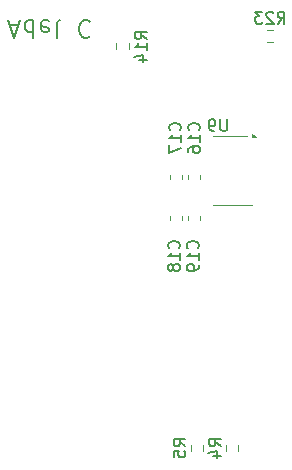
<source format=gbr>
%TF.GenerationSoftware,KiCad,Pcbnew,9.0.0*%
%TF.CreationDate,2025-12-27T14:24:40-08:00*%
%TF.ProjectId,esp_module_rev1,6573705f-6d6f-4647-956c-655f72657631,rev?*%
%TF.SameCoordinates,Original*%
%TF.FileFunction,Legend,Bot*%
%TF.FilePolarity,Positive*%
%FSLAX46Y46*%
G04 Gerber Fmt 4.6, Leading zero omitted, Abs format (unit mm)*
G04 Created by KiCad (PCBNEW 9.0.0) date 2025-12-27 14:24:40*
%MOMM*%
%LPD*%
G01*
G04 APERTURE LIST*
%ADD10C,0.200000*%
%ADD11C,0.150000*%
%ADD12C,0.120000*%
G04 APERTURE END LIST*
D10*
X130667292Y-83692542D02*
X131381578Y-83692542D01*
X130524435Y-83263971D02*
X131024435Y-84763971D01*
X131024435Y-84763971D02*
X131524435Y-83263971D01*
X132667292Y-83263971D02*
X132667292Y-84763971D01*
X132667292Y-83335400D02*
X132524434Y-83263971D01*
X132524434Y-83263971D02*
X132238720Y-83263971D01*
X132238720Y-83263971D02*
X132095863Y-83335400D01*
X132095863Y-83335400D02*
X132024434Y-83406828D01*
X132024434Y-83406828D02*
X131953006Y-83549685D01*
X131953006Y-83549685D02*
X131953006Y-83978257D01*
X131953006Y-83978257D02*
X132024434Y-84121114D01*
X132024434Y-84121114D02*
X132095863Y-84192542D01*
X132095863Y-84192542D02*
X132238720Y-84263971D01*
X132238720Y-84263971D02*
X132524434Y-84263971D01*
X132524434Y-84263971D02*
X132667292Y-84192542D01*
X133953006Y-83335400D02*
X133810149Y-83263971D01*
X133810149Y-83263971D02*
X133524435Y-83263971D01*
X133524435Y-83263971D02*
X133381577Y-83335400D01*
X133381577Y-83335400D02*
X133310149Y-83478257D01*
X133310149Y-83478257D02*
X133310149Y-84049685D01*
X133310149Y-84049685D02*
X133381577Y-84192542D01*
X133381577Y-84192542D02*
X133524435Y-84263971D01*
X133524435Y-84263971D02*
X133810149Y-84263971D01*
X133810149Y-84263971D02*
X133953006Y-84192542D01*
X133953006Y-84192542D02*
X134024435Y-84049685D01*
X134024435Y-84049685D02*
X134024435Y-83906828D01*
X134024435Y-83906828D02*
X133310149Y-83763971D01*
X134881577Y-83263971D02*
X134738720Y-83335400D01*
X134738720Y-83335400D02*
X134667291Y-83478257D01*
X134667291Y-83478257D02*
X134667291Y-84763971D01*
X137453005Y-83406828D02*
X137381577Y-83335400D01*
X137381577Y-83335400D02*
X137167291Y-83263971D01*
X137167291Y-83263971D02*
X137024434Y-83263971D01*
X137024434Y-83263971D02*
X136810148Y-83335400D01*
X136810148Y-83335400D02*
X136667291Y-83478257D01*
X136667291Y-83478257D02*
X136595862Y-83621114D01*
X136595862Y-83621114D02*
X136524434Y-83906828D01*
X136524434Y-83906828D02*
X136524434Y-84121114D01*
X136524434Y-84121114D02*
X136595862Y-84406828D01*
X136595862Y-84406828D02*
X136667291Y-84549685D01*
X136667291Y-84549685D02*
X136810148Y-84692542D01*
X136810148Y-84692542D02*
X137024434Y-84763971D01*
X137024434Y-84763971D02*
X137167291Y-84763971D01*
X137167291Y-84763971D02*
X137381577Y-84692542D01*
X137381577Y-84692542D02*
X137453005Y-84621114D01*
D11*
X146559580Y-102594642D02*
X146607200Y-102547023D01*
X146607200Y-102547023D02*
X146654819Y-102404166D01*
X146654819Y-102404166D02*
X146654819Y-102308928D01*
X146654819Y-102308928D02*
X146607200Y-102166071D01*
X146607200Y-102166071D02*
X146511961Y-102070833D01*
X146511961Y-102070833D02*
X146416723Y-102023214D01*
X146416723Y-102023214D02*
X146226247Y-101975595D01*
X146226247Y-101975595D02*
X146083390Y-101975595D01*
X146083390Y-101975595D02*
X145892914Y-102023214D01*
X145892914Y-102023214D02*
X145797676Y-102070833D01*
X145797676Y-102070833D02*
X145702438Y-102166071D01*
X145702438Y-102166071D02*
X145654819Y-102308928D01*
X145654819Y-102308928D02*
X145654819Y-102404166D01*
X145654819Y-102404166D02*
X145702438Y-102547023D01*
X145702438Y-102547023D02*
X145750057Y-102594642D01*
X146654819Y-103547023D02*
X146654819Y-102975595D01*
X146654819Y-103261309D02*
X145654819Y-103261309D01*
X145654819Y-103261309D02*
X145797676Y-103166071D01*
X145797676Y-103166071D02*
X145892914Y-103070833D01*
X145892914Y-103070833D02*
X145940533Y-102975595D01*
X146654819Y-104023214D02*
X146654819Y-104213690D01*
X146654819Y-104213690D02*
X146607200Y-104308928D01*
X146607200Y-104308928D02*
X146559580Y-104356547D01*
X146559580Y-104356547D02*
X146416723Y-104451785D01*
X146416723Y-104451785D02*
X146226247Y-104499404D01*
X146226247Y-104499404D02*
X145845295Y-104499404D01*
X145845295Y-104499404D02*
X145750057Y-104451785D01*
X145750057Y-104451785D02*
X145702438Y-104404166D01*
X145702438Y-104404166D02*
X145654819Y-104308928D01*
X145654819Y-104308928D02*
X145654819Y-104118452D01*
X145654819Y-104118452D02*
X145702438Y-104023214D01*
X145702438Y-104023214D02*
X145750057Y-103975595D01*
X145750057Y-103975595D02*
X145845295Y-103927976D01*
X145845295Y-103927976D02*
X146083390Y-103927976D01*
X146083390Y-103927976D02*
X146178628Y-103975595D01*
X146178628Y-103975595D02*
X146226247Y-104023214D01*
X146226247Y-104023214D02*
X146273866Y-104118452D01*
X146273866Y-104118452D02*
X146273866Y-104308928D01*
X146273866Y-104308928D02*
X146226247Y-104404166D01*
X146226247Y-104404166D02*
X146178628Y-104451785D01*
X146178628Y-104451785D02*
X146083390Y-104499404D01*
X144959580Y-102594642D02*
X145007200Y-102547023D01*
X145007200Y-102547023D02*
X145054819Y-102404166D01*
X145054819Y-102404166D02*
X145054819Y-102308928D01*
X145054819Y-102308928D02*
X145007200Y-102166071D01*
X145007200Y-102166071D02*
X144911961Y-102070833D01*
X144911961Y-102070833D02*
X144816723Y-102023214D01*
X144816723Y-102023214D02*
X144626247Y-101975595D01*
X144626247Y-101975595D02*
X144483390Y-101975595D01*
X144483390Y-101975595D02*
X144292914Y-102023214D01*
X144292914Y-102023214D02*
X144197676Y-102070833D01*
X144197676Y-102070833D02*
X144102438Y-102166071D01*
X144102438Y-102166071D02*
X144054819Y-102308928D01*
X144054819Y-102308928D02*
X144054819Y-102404166D01*
X144054819Y-102404166D02*
X144102438Y-102547023D01*
X144102438Y-102547023D02*
X144150057Y-102594642D01*
X145054819Y-103547023D02*
X145054819Y-102975595D01*
X145054819Y-103261309D02*
X144054819Y-103261309D01*
X144054819Y-103261309D02*
X144197676Y-103166071D01*
X144197676Y-103166071D02*
X144292914Y-103070833D01*
X144292914Y-103070833D02*
X144340533Y-102975595D01*
X144483390Y-104118452D02*
X144435771Y-104023214D01*
X144435771Y-104023214D02*
X144388152Y-103975595D01*
X144388152Y-103975595D02*
X144292914Y-103927976D01*
X144292914Y-103927976D02*
X144245295Y-103927976D01*
X144245295Y-103927976D02*
X144150057Y-103975595D01*
X144150057Y-103975595D02*
X144102438Y-104023214D01*
X144102438Y-104023214D02*
X144054819Y-104118452D01*
X144054819Y-104118452D02*
X144054819Y-104308928D01*
X144054819Y-104308928D02*
X144102438Y-104404166D01*
X144102438Y-104404166D02*
X144150057Y-104451785D01*
X144150057Y-104451785D02*
X144245295Y-104499404D01*
X144245295Y-104499404D02*
X144292914Y-104499404D01*
X144292914Y-104499404D02*
X144388152Y-104451785D01*
X144388152Y-104451785D02*
X144435771Y-104404166D01*
X144435771Y-104404166D02*
X144483390Y-104308928D01*
X144483390Y-104308928D02*
X144483390Y-104118452D01*
X144483390Y-104118452D02*
X144531009Y-104023214D01*
X144531009Y-104023214D02*
X144578628Y-103975595D01*
X144578628Y-103975595D02*
X144673866Y-103927976D01*
X144673866Y-103927976D02*
X144864342Y-103927976D01*
X144864342Y-103927976D02*
X144959580Y-103975595D01*
X144959580Y-103975595D02*
X145007200Y-104023214D01*
X145007200Y-104023214D02*
X145054819Y-104118452D01*
X145054819Y-104118452D02*
X145054819Y-104308928D01*
X145054819Y-104308928D02*
X145007200Y-104404166D01*
X145007200Y-104404166D02*
X144959580Y-104451785D01*
X144959580Y-104451785D02*
X144864342Y-104499404D01*
X144864342Y-104499404D02*
X144673866Y-104499404D01*
X144673866Y-104499404D02*
X144578628Y-104451785D01*
X144578628Y-104451785D02*
X144531009Y-104404166D01*
X144531009Y-104404166D02*
X144483390Y-104308928D01*
X145059580Y-92594642D02*
X145107200Y-92547023D01*
X145107200Y-92547023D02*
X145154819Y-92404166D01*
X145154819Y-92404166D02*
X145154819Y-92308928D01*
X145154819Y-92308928D02*
X145107200Y-92166071D01*
X145107200Y-92166071D02*
X145011961Y-92070833D01*
X145011961Y-92070833D02*
X144916723Y-92023214D01*
X144916723Y-92023214D02*
X144726247Y-91975595D01*
X144726247Y-91975595D02*
X144583390Y-91975595D01*
X144583390Y-91975595D02*
X144392914Y-92023214D01*
X144392914Y-92023214D02*
X144297676Y-92070833D01*
X144297676Y-92070833D02*
X144202438Y-92166071D01*
X144202438Y-92166071D02*
X144154819Y-92308928D01*
X144154819Y-92308928D02*
X144154819Y-92404166D01*
X144154819Y-92404166D02*
X144202438Y-92547023D01*
X144202438Y-92547023D02*
X144250057Y-92594642D01*
X145154819Y-93547023D02*
X145154819Y-92975595D01*
X145154819Y-93261309D02*
X144154819Y-93261309D01*
X144154819Y-93261309D02*
X144297676Y-93166071D01*
X144297676Y-93166071D02*
X144392914Y-93070833D01*
X144392914Y-93070833D02*
X144440533Y-92975595D01*
X144154819Y-93880357D02*
X144154819Y-94547023D01*
X144154819Y-94547023D02*
X145154819Y-94118452D01*
X149061904Y-91654819D02*
X149061904Y-92464342D01*
X149061904Y-92464342D02*
X149014285Y-92559580D01*
X149014285Y-92559580D02*
X148966666Y-92607200D01*
X148966666Y-92607200D02*
X148871428Y-92654819D01*
X148871428Y-92654819D02*
X148680952Y-92654819D01*
X148680952Y-92654819D02*
X148585714Y-92607200D01*
X148585714Y-92607200D02*
X148538095Y-92559580D01*
X148538095Y-92559580D02*
X148490476Y-92464342D01*
X148490476Y-92464342D02*
X148490476Y-91654819D01*
X147966666Y-92654819D02*
X147776190Y-92654819D01*
X147776190Y-92654819D02*
X147680952Y-92607200D01*
X147680952Y-92607200D02*
X147633333Y-92559580D01*
X147633333Y-92559580D02*
X147538095Y-92416723D01*
X147538095Y-92416723D02*
X147490476Y-92226247D01*
X147490476Y-92226247D02*
X147490476Y-91845295D01*
X147490476Y-91845295D02*
X147538095Y-91750057D01*
X147538095Y-91750057D02*
X147585714Y-91702438D01*
X147585714Y-91702438D02*
X147680952Y-91654819D01*
X147680952Y-91654819D02*
X147871428Y-91654819D01*
X147871428Y-91654819D02*
X147966666Y-91702438D01*
X147966666Y-91702438D02*
X148014285Y-91750057D01*
X148014285Y-91750057D02*
X148061904Y-91845295D01*
X148061904Y-91845295D02*
X148061904Y-92083390D01*
X148061904Y-92083390D02*
X148014285Y-92178628D01*
X148014285Y-92178628D02*
X147966666Y-92226247D01*
X147966666Y-92226247D02*
X147871428Y-92273866D01*
X147871428Y-92273866D02*
X147680952Y-92273866D01*
X147680952Y-92273866D02*
X147585714Y-92226247D01*
X147585714Y-92226247D02*
X147538095Y-92178628D01*
X147538095Y-92178628D02*
X147490476Y-92083390D01*
X146659580Y-92594642D02*
X146707200Y-92547023D01*
X146707200Y-92547023D02*
X146754819Y-92404166D01*
X146754819Y-92404166D02*
X146754819Y-92308928D01*
X146754819Y-92308928D02*
X146707200Y-92166071D01*
X146707200Y-92166071D02*
X146611961Y-92070833D01*
X146611961Y-92070833D02*
X146516723Y-92023214D01*
X146516723Y-92023214D02*
X146326247Y-91975595D01*
X146326247Y-91975595D02*
X146183390Y-91975595D01*
X146183390Y-91975595D02*
X145992914Y-92023214D01*
X145992914Y-92023214D02*
X145897676Y-92070833D01*
X145897676Y-92070833D02*
X145802438Y-92166071D01*
X145802438Y-92166071D02*
X145754819Y-92308928D01*
X145754819Y-92308928D02*
X145754819Y-92404166D01*
X145754819Y-92404166D02*
X145802438Y-92547023D01*
X145802438Y-92547023D02*
X145850057Y-92594642D01*
X146754819Y-93547023D02*
X146754819Y-92975595D01*
X146754819Y-93261309D02*
X145754819Y-93261309D01*
X145754819Y-93261309D02*
X145897676Y-93166071D01*
X145897676Y-93166071D02*
X145992914Y-93070833D01*
X145992914Y-93070833D02*
X146040533Y-92975595D01*
X145754819Y-94404166D02*
X145754819Y-94213690D01*
X145754819Y-94213690D02*
X145802438Y-94118452D01*
X145802438Y-94118452D02*
X145850057Y-94070833D01*
X145850057Y-94070833D02*
X145992914Y-93975595D01*
X145992914Y-93975595D02*
X146183390Y-93927976D01*
X146183390Y-93927976D02*
X146564342Y-93927976D01*
X146564342Y-93927976D02*
X146659580Y-93975595D01*
X146659580Y-93975595D02*
X146707200Y-94023214D01*
X146707200Y-94023214D02*
X146754819Y-94118452D01*
X146754819Y-94118452D02*
X146754819Y-94308928D01*
X146754819Y-94308928D02*
X146707200Y-94404166D01*
X146707200Y-94404166D02*
X146659580Y-94451785D01*
X146659580Y-94451785D02*
X146564342Y-94499404D01*
X146564342Y-94499404D02*
X146326247Y-94499404D01*
X146326247Y-94499404D02*
X146231009Y-94451785D01*
X146231009Y-94451785D02*
X146183390Y-94404166D01*
X146183390Y-94404166D02*
X146135771Y-94308928D01*
X146135771Y-94308928D02*
X146135771Y-94118452D01*
X146135771Y-94118452D02*
X146183390Y-94023214D01*
X146183390Y-94023214D02*
X146231009Y-93975595D01*
X146231009Y-93975595D02*
X146326247Y-93927976D01*
X142254819Y-84857142D02*
X141778628Y-84523809D01*
X142254819Y-84285714D02*
X141254819Y-84285714D01*
X141254819Y-84285714D02*
X141254819Y-84666666D01*
X141254819Y-84666666D02*
X141302438Y-84761904D01*
X141302438Y-84761904D02*
X141350057Y-84809523D01*
X141350057Y-84809523D02*
X141445295Y-84857142D01*
X141445295Y-84857142D02*
X141588152Y-84857142D01*
X141588152Y-84857142D02*
X141683390Y-84809523D01*
X141683390Y-84809523D02*
X141731009Y-84761904D01*
X141731009Y-84761904D02*
X141778628Y-84666666D01*
X141778628Y-84666666D02*
X141778628Y-84285714D01*
X142254819Y-85809523D02*
X142254819Y-85238095D01*
X142254819Y-85523809D02*
X141254819Y-85523809D01*
X141254819Y-85523809D02*
X141397676Y-85428571D01*
X141397676Y-85428571D02*
X141492914Y-85333333D01*
X141492914Y-85333333D02*
X141540533Y-85238095D01*
X141588152Y-86666666D02*
X142254819Y-86666666D01*
X141207200Y-86428571D02*
X141921485Y-86190476D01*
X141921485Y-86190476D02*
X141921485Y-86809523D01*
X145524819Y-119333333D02*
X145048628Y-119000000D01*
X145524819Y-118761905D02*
X144524819Y-118761905D01*
X144524819Y-118761905D02*
X144524819Y-119142857D01*
X144524819Y-119142857D02*
X144572438Y-119238095D01*
X144572438Y-119238095D02*
X144620057Y-119285714D01*
X144620057Y-119285714D02*
X144715295Y-119333333D01*
X144715295Y-119333333D02*
X144858152Y-119333333D01*
X144858152Y-119333333D02*
X144953390Y-119285714D01*
X144953390Y-119285714D02*
X145001009Y-119238095D01*
X145001009Y-119238095D02*
X145048628Y-119142857D01*
X145048628Y-119142857D02*
X145048628Y-118761905D01*
X144524819Y-120238095D02*
X144524819Y-119761905D01*
X144524819Y-119761905D02*
X145001009Y-119714286D01*
X145001009Y-119714286D02*
X144953390Y-119761905D01*
X144953390Y-119761905D02*
X144905771Y-119857143D01*
X144905771Y-119857143D02*
X144905771Y-120095238D01*
X144905771Y-120095238D02*
X144953390Y-120190476D01*
X144953390Y-120190476D02*
X145001009Y-120238095D01*
X145001009Y-120238095D02*
X145096247Y-120285714D01*
X145096247Y-120285714D02*
X145334342Y-120285714D01*
X145334342Y-120285714D02*
X145429580Y-120238095D01*
X145429580Y-120238095D02*
X145477200Y-120190476D01*
X145477200Y-120190476D02*
X145524819Y-120095238D01*
X145524819Y-120095238D02*
X145524819Y-119857143D01*
X145524819Y-119857143D02*
X145477200Y-119761905D01*
X145477200Y-119761905D02*
X145429580Y-119714286D01*
X153342857Y-83554819D02*
X153676190Y-83078628D01*
X153914285Y-83554819D02*
X153914285Y-82554819D01*
X153914285Y-82554819D02*
X153533333Y-82554819D01*
X153533333Y-82554819D02*
X153438095Y-82602438D01*
X153438095Y-82602438D02*
X153390476Y-82650057D01*
X153390476Y-82650057D02*
X153342857Y-82745295D01*
X153342857Y-82745295D02*
X153342857Y-82888152D01*
X153342857Y-82888152D02*
X153390476Y-82983390D01*
X153390476Y-82983390D02*
X153438095Y-83031009D01*
X153438095Y-83031009D02*
X153533333Y-83078628D01*
X153533333Y-83078628D02*
X153914285Y-83078628D01*
X152961904Y-82650057D02*
X152914285Y-82602438D01*
X152914285Y-82602438D02*
X152819047Y-82554819D01*
X152819047Y-82554819D02*
X152580952Y-82554819D01*
X152580952Y-82554819D02*
X152485714Y-82602438D01*
X152485714Y-82602438D02*
X152438095Y-82650057D01*
X152438095Y-82650057D02*
X152390476Y-82745295D01*
X152390476Y-82745295D02*
X152390476Y-82840533D01*
X152390476Y-82840533D02*
X152438095Y-82983390D01*
X152438095Y-82983390D02*
X153009523Y-83554819D01*
X153009523Y-83554819D02*
X152390476Y-83554819D01*
X152057142Y-82554819D02*
X151438095Y-82554819D01*
X151438095Y-82554819D02*
X151771428Y-82935771D01*
X151771428Y-82935771D02*
X151628571Y-82935771D01*
X151628571Y-82935771D02*
X151533333Y-82983390D01*
X151533333Y-82983390D02*
X151485714Y-83031009D01*
X151485714Y-83031009D02*
X151438095Y-83126247D01*
X151438095Y-83126247D02*
X151438095Y-83364342D01*
X151438095Y-83364342D02*
X151485714Y-83459580D01*
X151485714Y-83459580D02*
X151533333Y-83507200D01*
X151533333Y-83507200D02*
X151628571Y-83554819D01*
X151628571Y-83554819D02*
X151914285Y-83554819D01*
X151914285Y-83554819D02*
X152009523Y-83507200D01*
X152009523Y-83507200D02*
X152057142Y-83459580D01*
X148524819Y-119333333D02*
X148048628Y-119000000D01*
X148524819Y-118761905D02*
X147524819Y-118761905D01*
X147524819Y-118761905D02*
X147524819Y-119142857D01*
X147524819Y-119142857D02*
X147572438Y-119238095D01*
X147572438Y-119238095D02*
X147620057Y-119285714D01*
X147620057Y-119285714D02*
X147715295Y-119333333D01*
X147715295Y-119333333D02*
X147858152Y-119333333D01*
X147858152Y-119333333D02*
X147953390Y-119285714D01*
X147953390Y-119285714D02*
X148001009Y-119238095D01*
X148001009Y-119238095D02*
X148048628Y-119142857D01*
X148048628Y-119142857D02*
X148048628Y-118761905D01*
X147858152Y-120190476D02*
X148524819Y-120190476D01*
X147477200Y-119952381D02*
X148191485Y-119714286D01*
X148191485Y-119714286D02*
X148191485Y-120333333D01*
D12*
%TO.C,C19*%
X145790000Y-99891233D02*
X145790000Y-100183767D01*
X146810000Y-99891233D02*
X146810000Y-100183767D01*
%TO.C,C18*%
X144190000Y-99891233D02*
X144190000Y-100183767D01*
X145210000Y-99891233D02*
X145210000Y-100183767D01*
%TO.C,C17*%
X144190000Y-96683767D02*
X144190000Y-96391233D01*
X145210000Y-96683767D02*
X145210000Y-96391233D01*
%TO.C,U9*%
X147840000Y-98900000D02*
X151150000Y-98900000D01*
X150750000Y-93080000D02*
X147860000Y-93080000D01*
X151470000Y-93150000D02*
X151190000Y-93150000D01*
X151190000Y-92870000D01*
X151470000Y-93150000D01*
G36*
X151470000Y-93150000D02*
G01*
X151190000Y-93150000D01*
X151190000Y-92870000D01*
X151470000Y-93150000D01*
G37*
%TO.C,C16*%
X145790000Y-96683767D02*
X145790000Y-96391233D01*
X146810000Y-96683767D02*
X146810000Y-96391233D01*
%TO.C,R14*%
X139677500Y-85245276D02*
X139677500Y-85754724D01*
X140722500Y-85245276D02*
X140722500Y-85754724D01*
%TO.C,R5*%
X145977500Y-119245276D02*
X145977500Y-119754724D01*
X147022500Y-119245276D02*
X147022500Y-119754724D01*
%TO.C,R23*%
X152445276Y-84077500D02*
X152954724Y-84077500D01*
X152445276Y-85122500D02*
X152954724Y-85122500D01*
%TO.C,R4*%
X148977500Y-119245276D02*
X148977500Y-119754724D01*
X150022500Y-119245276D02*
X150022500Y-119754724D01*
%TD*%
M02*

</source>
